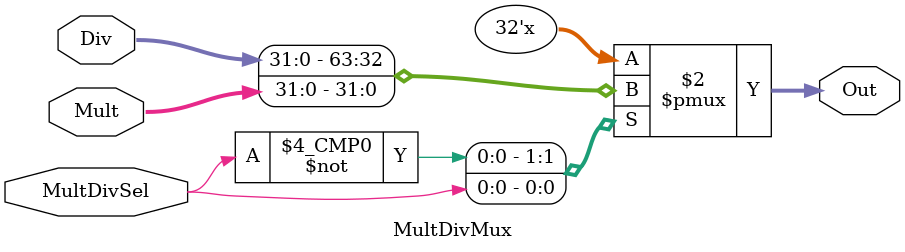
<source format=v>
module MultDivMux(MultDivSel, Div, Mult, Out);

	input wire MultDivSel;
	input wire[31:0] Div, Mult;
	output reg[31:0] Out;
	
	always @(*) begin
		case(MultDivSel)
			0: begin
				Out = Div;
			end
			1: begin
				Out = Mult;
			end
		endcase
	end
endmodule
</source>
